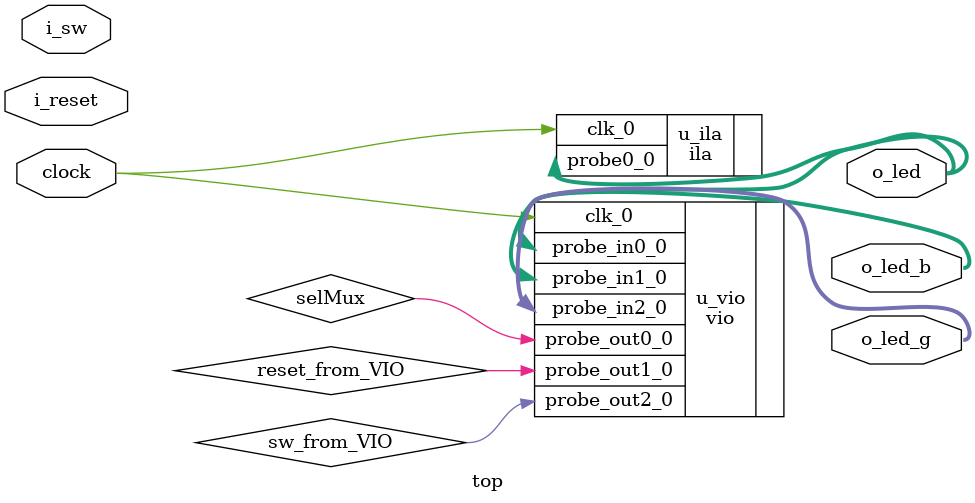
<source format=v>
`timescale 1ns / 1ps


// Definitions
`define N_LEDS 4
`define NB_SEL 2
`define NB_COUNT 32
`define NB_SW 4

module top
   #(
      // Parameters
      parameter N_LEDS    = `N_LEDS  , //! Number of leds (4)
      parameter NB_SEL    = `NB_SEL  , //! Number of bits of the selectors (2)
      parameter NB_COUNT  = `NB_COUNT, //! Number of bits of the counter (32)
      parameter NB_SW     = `NB_SW     //! Number of bits of the switch (4)
   )
   (
      // Ports
    output [N_LEDS - 1 : 0] o_led , //! Leds
    output [N_LEDS - 1 : 0] o_led_b , //! RGB Leds - Color Blue
    output [N_LEDS - 1 : 0] o_led_g , //! RGB Leds - Color Green
    input [NB_SW - 1 : 0]   i_sw , //! Switchs
    input 		    i_reset , //! Reset **active low**
    input 		    clock     //! System clock
   );



   vio
     u_vio
       (
        .clk_0       (clock),
        .probe_in0_0 (o_led),
        .probe_in1_0 (o_led_b),
        .probe_in2_0 (o_led_g),
        .probe_out0_0(selMux),
        .probe_out1_0(reset_from_VIO),
        .probe_out2_0(sw_from_VIO)
        );


   ila
     u_ila
       (
        .clk_0    (clock),
	    .probe0_0 (o_led)
	    );
   
endmodule

</source>
